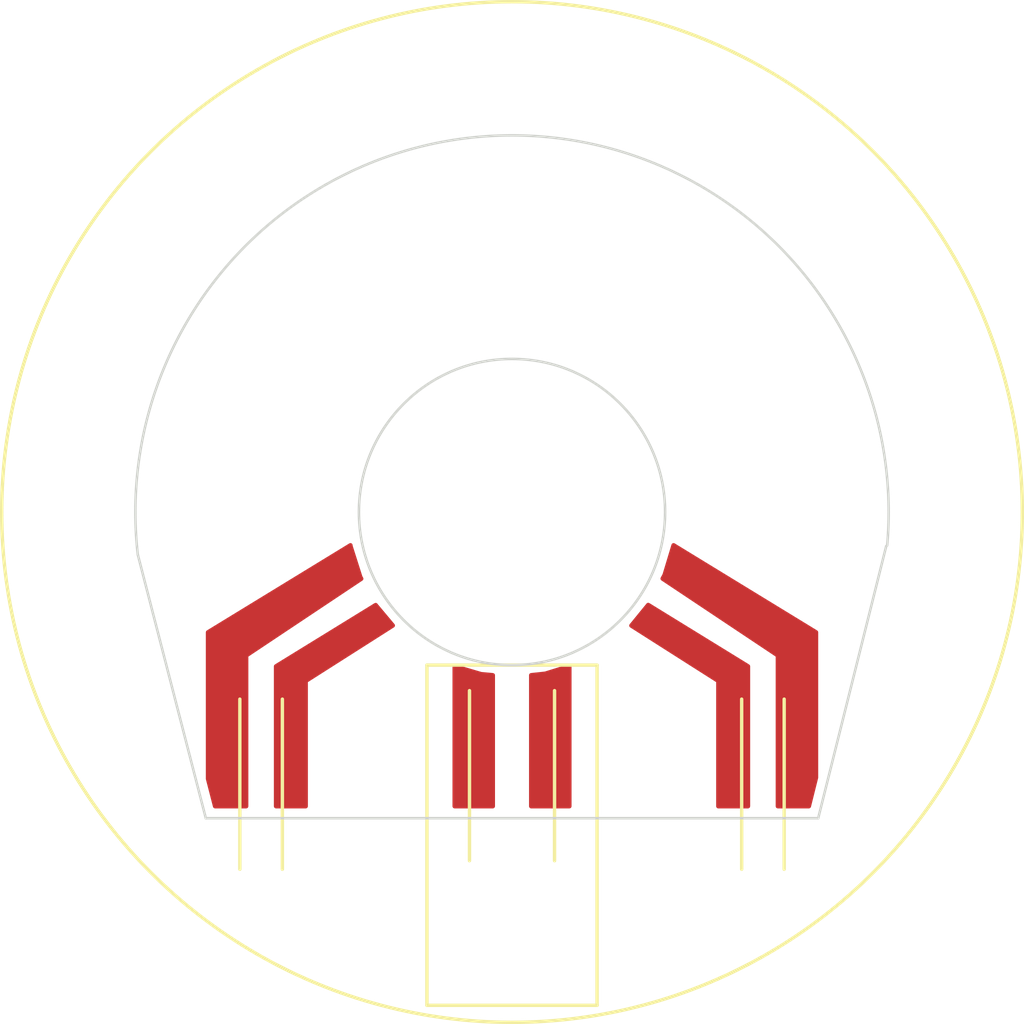
<source format=kicad_pcb>
(kicad_pcb (version 4) (host pcbnew 4.0.6)

  (general
    (links 0)
    (no_connects 0)
    (area 94.899999 69.899999 155.100001 130.100001)
    (thickness 1.6)
    (drawings 16)
    (tracks 0)
    (zones 0)
    (modules 6)
    (nets 1)
  )

  (page A4)
  (layers
    (0 F.Cu signal)
    (31 B.Cu signal)
    (32 B.Adhes user)
    (33 F.Adhes user)
    (34 B.Paste user)
    (35 F.Paste user)
    (36 B.SilkS user)
    (37 F.SilkS user)
    (38 B.Mask user)
    (39 F.Mask user)
    (40 Dwgs.User user)
    (41 Cmts.User user)
    (42 Eco1.User user)
    (43 Eco2.User user)
    (44 Edge.Cuts user)
    (45 Margin user)
    (46 B.CrtYd user)
    (47 F.CrtYd user)
    (48 B.Fab user)
    (49 F.Fab user)
  )

  (setup
    (last_trace_width 0.25)
    (trace_clearance 0.2)
    (zone_clearance 0.5)
    (zone_45_only no)
    (trace_min 0.2)
    (segment_width 0.2)
    (edge_width 0.15)
    (via_size 0.6)
    (via_drill 0.4)
    (via_min_size 0.4)
    (via_min_drill 0.3)
    (uvia_size 0.3)
    (uvia_drill 0.1)
    (uvias_allowed no)
    (uvia_min_size 0.2)
    (uvia_min_drill 0.1)
    (pcb_text_width 0.3)
    (pcb_text_size 1.5 1.5)
    (mod_edge_width 0.15)
    (mod_text_size 1 1)
    (mod_text_width 0.15)
    (pad_size 1.524 1.524)
    (pad_drill 0.762)
    (pad_to_mask_clearance 0.2)
    (aux_axis_origin 0 0)
    (visible_elements 7FFFEFFF)
    (pcbplotparams
      (layerselection 0x010c0_00000001)
      (usegerberextensions false)
      (excludeedgelayer true)
      (linewidth 0.100000)
      (plotframeref false)
      (viasonmask false)
      (mode 1)
      (useauxorigin false)
      (hpglpennumber 1)
      (hpglpenspeed 20)
      (hpglpendiameter 15)
      (hpglpenoverlay 2)
      (psnegative false)
      (psa4output false)
      (plotreference true)
      (plotvalue true)
      (plotinvisibletext false)
      (padsonsilk false)
      (subtractmaskfromsilk false)
      (outputformat 1)
      (mirror false)
      (drillshape 0)
      (scaleselection 1)
      (outputdirectory Gerber))
  )

  (net 0 "")

  (net_class Default "This is the default net class."
    (clearance 0.2)
    (trace_width 0.25)
    (via_dia 0.6)
    (via_drill 0.4)
    (uvia_dia 0.3)
    (uvia_drill 0.1)
  )

  (module Mounting_Holes:MountingHole_3.5mm (layer F.Cu) (tedit 5BCB08CE) (tstamp 5BCB05D9)
    (at 132.5 113)
    (descr "Mounting Hole 3.5mm, no annular")
    (tags "mounting hole 3.5mm no annular")
    (attr virtual)
    (fp_text reference REF** (at 0 -4.5) (layer F.SilkS) hide
      (effects (font (size 1 1) (thickness 0.15)))
    )
    (fp_text value MountingHole_3.5mm (at 0 4.5) (layer F.Fab) hide
      (effects (font (size 1 1) (thickness 0.15)))
    )
    (fp_text user %R (at 0.3 0) (layer F.Fab) hide
      (effects (font (size 1 1) (thickness 0.15)))
    )
    (fp_circle (center 0 0) (end 3.5 0) (layer Cmts.User) (width 0.15))
    (fp_circle (center 0 0) (end 3.75 0) (layer F.CrtYd) (width 0.05))
    (pad 1 np_thru_hole circle (at 0 0) (size 3.5 3.5) (drill 3.5) (layers *.Cu *.Mask))
  )

  (module Mounting_Holes:MountingHole_3.5mm (layer F.Cu) (tedit 5BCB08C7) (tstamp 5BCB05D5)
    (at 117.5 113)
    (descr "Mounting Hole 3.5mm, no annular")
    (tags "mounting hole 3.5mm no annular")
    (attr virtual)
    (fp_text reference REF** (at 0 -4.5) (layer F.SilkS) hide
      (effects (font (size 1 1) (thickness 0.15)))
    )
    (fp_text value MountingHole_3.5mm (at 0 4.5) (layer F.Fab) hide
      (effects (font (size 1 1) (thickness 0.15)))
    )
    (fp_text user %R (at 0.3 0) (layer F.Fab) hide
      (effects (font (size 1 1) (thickness 0.15)))
    )
    (fp_circle (center 0 0) (end 3.5 0) (layer Cmts.User) (width 0.15))
    (fp_circle (center 0 0) (end 3.75 0) (layer F.CrtYd) (width 0.05))
    (pad 1 np_thru_hole circle (at 0 0) (size 3.5 3.5) (drill 3.5) (layers *.Cu *.Mask))
  )

  (module Mounting_Holes:MountingHole_3.5mm (layer F.Cu) (tedit 5BCB08A6) (tstamp 5BCB05D1)
    (at 132.5 87)
    (descr "Mounting Hole 3.5mm, no annular")
    (tags "mounting hole 3.5mm no annular")
    (attr virtual)
    (fp_text reference REF** (at 0 -4.5) (layer F.SilkS) hide
      (effects (font (size 1 1) (thickness 0.15)))
    )
    (fp_text value MountingHole_3.5mm (at 0 4.5) (layer F.Fab) hide
      (effects (font (size 1 1) (thickness 0.15)))
    )
    (fp_text user %R (at 0.3 0) (layer F.Fab) hide
      (effects (font (size 1 1) (thickness 0.15)))
    )
    (fp_circle (center 0 0) (end 3.5 0) (layer Cmts.User) (width 0.15))
    (fp_circle (center 0 0) (end 3.75 0) (layer F.CrtYd) (width 0.05))
    (pad 1 np_thru_hole circle (at 0 0) (size 3.5 3.5) (drill 3.5) (layers *.Cu *.Mask))
  )

  (module Mounting_Holes:MountingHole_3.5mm (layer F.Cu) (tedit 5BCB08AA) (tstamp 5BCB05CD)
    (at 117.5 87)
    (descr "Mounting Hole 3.5mm, no annular")
    (tags "mounting hole 3.5mm no annular")
    (attr virtual)
    (fp_text reference REF** (at 0 -4.5) (layer F.SilkS) hide
      (effects (font (size 1 1) (thickness 0.15)))
    )
    (fp_text value MountingHole_3.5mm (at 0 4.5) (layer F.Fab) hide
      (effects (font (size 1 1) (thickness 0.15)))
    )
    (fp_text user %R (at 0.3 0) (layer F.Fab) hide
      (effects (font (size 1 1) (thickness 0.15)))
    )
    (fp_circle (center 0 0) (end 3.5 0) (layer Cmts.User) (width 0.15))
    (fp_circle (center 0 0) (end 3.75 0) (layer F.CrtYd) (width 0.05))
    (pad 1 np_thru_hole circle (at 0 0) (size 3.5 3.5) (drill 3.5) (layers *.Cu *.Mask))
  )

  (module Mounting_Holes:MountingHole_3.5mm (layer F.Cu) (tedit 5BCB08BD) (tstamp 5BCB05C9)
    (at 110 100)
    (descr "Mounting Hole 3.5mm, no annular")
    (tags "mounting hole 3.5mm no annular")
    (attr virtual)
    (fp_text reference REF** (at 0 -4.5) (layer F.SilkS) hide
      (effects (font (size 1 1) (thickness 0.15)))
    )
    (fp_text value MountingHole_3.5mm (at 0 4.5) (layer F.Fab) hide
      (effects (font (size 1 1) (thickness 0.15)))
    )
    (fp_text user %R (at 0.3 0) (layer F.Fab) hide
      (effects (font (size 1 1) (thickness 0.15)))
    )
    (fp_circle (center 0 0) (end 3.5 0) (layer Cmts.User) (width 0.15))
    (fp_circle (center 0 0) (end 3.75 0) (layer F.CrtYd) (width 0.05))
    (pad 1 np_thru_hole circle (at 0 0) (size 3.5 3.5) (drill 3.5) (layers *.Cu *.Mask))
  )

  (module Mounting_Holes:MountingHole_3.5mm (layer F.Cu) (tedit 5BCB08BA) (tstamp 5BCB05C1)
    (at 140 100)
    (descr "Mounting Hole 3.5mm, no annular")
    (tags "mounting hole 3.5mm no annular")
    (attr virtual)
    (fp_text reference REF** (at 0 -4.5) (layer F.SilkS) hide
      (effects (font (size 1 1) (thickness 0.15)))
    )
    (fp_text value MountingHole_3.5mm (at 0 4.5) (layer F.Fab) hide
      (effects (font (size 1 1) (thickness 0.15)))
    )
    (fp_text user %R (at 0.3 0) (layer F.Fab) hide
      (effects (font (size 1 1) (thickness 0.15)))
    )
    (fp_circle (center 0 0) (end 3.5 0) (layer Cmts.User) (width 0.15))
    (fp_circle (center 0 0) (end 3.75 0) (layer F.CrtYd) (width 0.05))
    (pad 1 np_thru_hole circle (at 0 0) (size 3.5 3.5) (drill 3.5) (layers *.Cu *.Mask))
  )

  (gr_line (start 127.5 110.5) (end 127.5 120.5) (layer F.SilkS) (width 0.2))
  (gr_line (start 122.5 110.5) (end 122.5 120.5) (layer F.SilkS) (width 0.2))
  (gr_line (start 141 111) (end 141 121) (layer F.SilkS) (width 0.2) (tstamp 5BCBD5F3))
  (gr_line (start 138.5 111) (end 138.5 121) (layer F.SilkS) (width 0.2) (tstamp 5BCBD5F2))
  (gr_line (start 107 118) (end 103 102.5) (layer Edge.Cuts) (width 0.15))
  (gr_arc (start 125 100) (end 103 102.5) (angle 191.5626848) (layer Edge.Cuts) (width 0.15))
  (gr_line (start 143 118) (end 147 102) (layer Edge.Cuts) (width 0.15))
  (gr_line (start 107 118) (end 143 118) (layer Edge.Cuts) (width 0.15))
  (gr_line (start 111.5 111) (end 111.5 121) (layer F.SilkS) (width 0.2))
  (gr_line (start 109 111) (end 109 121) (layer F.SilkS) (width 0.2))
  (gr_line (start 130 129) (end 120 129) (layer F.SilkS) (width 0.2))
  (gr_line (start 130 109) (end 130 129) (layer F.SilkS) (width 0.2))
  (gr_line (start 120 109) (end 130 109) (layer F.SilkS) (width 0.2))
  (gr_line (start 120 129) (end 120 109) (layer F.SilkS) (width 0.2))
  (gr_circle (center 125 100) (end 155 100) (layer F.SilkS) (width 0.2))
  (gr_circle (center 125 100) (end 134 100) (layer Edge.Cuts) (width 0.15))

  (zone (net 0) (net_name "") (layer F.Cu) (tstamp 0) (hatch edge 0.508)
    (connect_pads yes (clearance 0.5))
    (min_thickness 0.254)
    (fill yes (arc_segments 32) (thermal_gap 0.508) (thermal_bridge_width 0.508))
    (polygon
      (pts
        (xy 121.5 118) (xy 124 118) (xy 124 109) (xy 121.5 109)
      )
    )
    (filled_polygon
      (pts
        (xy 123.182026 109.530151) (xy 123.873 109.593035) (xy 123.873 117.298) (xy 121.627 117.298) (xy 121.627 109.127)
        (xy 121.812237 109.127)
      )
    )
  )
  (zone (net 0) (net_name "") (layer F.Cu) (tstamp 0) (hatch edge 0.508)
    (connect_pads (clearance 0.5))
    (min_thickness 0.254)
    (fill yes (arc_segments 32) (thermal_gap 0.508) (thermal_bridge_width 0.508))
    (polygon
      (pts
        (xy 128.5 118) (xy 128.5 109) (xy 126 109) (xy 126 118)
      )
    )
    (filled_polygon
      (pts
        (xy 128.373 117.298) (xy 126.127 117.298) (xy 126.127 109.59043) (xy 126.950858 109.503839) (xy 128.168227 109.127)
        (xy 128.373 109.127)
      )
    )
  )
  (zone (net 0) (net_name "") (layer F.Cu) (tstamp 0) (hatch edge 0.508)
    (connect_pads (clearance 0.5))
    (min_thickness 0.254)
    (fill yes (arc_segments 32) (thermal_gap 0.508) (thermal_bridge_width 0.508))
    (polygon
      (pts
        (xy 111 118) (xy 111 109) (xy 117.5 105) (xy 118.5 106.5) (xy 113 110)
        (xy 113 118)
      )
    )
    (filled_polygon
      (pts
        (xy 116.994749 105.48131) (xy 117.993614 106.671711) (xy 112.931817 109.892855) (xy 112.904666 109.916092) (xy 112.885065 109.945974)
        (xy 112.874564 109.980133) (xy 112.873 110) (xy 112.873 117.298) (xy 111.127 117.298) (xy 111.127 109.070967)
        (xy 116.986014 105.465421)
      )
    )
  )
  (zone (net 0) (net_name "") (layer F.Cu) (tstamp 0) (hatch edge 0.508)
    (connect_pads (clearance 0.5))
    (min_thickness 0.254)
    (fill yes (arc_segments 32) (thermal_gap 0.508) (thermal_bridge_width 0.508))
    (polygon
      (pts
        (xy 109.5 118) (xy 107 118) (xy 107 107) (xy 116 101.5) (xy 117 103.5)
        (xy 109.5 108.5)
      )
    )
    (filled_polygon
      (pts
        (xy 115.510012 102.017159) (xy 116.082549 103.822024) (xy 116.137655 103.922262) (xy 109.429553 108.39433) (xy 109.402903 108.418139)
        (xy 109.383941 108.448431) (xy 109.373 108.5) (xy 109.373 117.298) (xy 107.543838 117.298) (xy 107.127 115.682753)
        (xy 107.127 107.071226) (xy 115.502781 101.952693)
      )
    )
  )
  (zone (net 0) (net_name "") (layer F.Cu) (tstamp 5BCBD700) (hatch edge 0.508)
    (connect_pads (clearance 0.5))
    (min_thickness 0.254)
    (fill yes (arc_segments 32) (thermal_gap 0.508) (thermal_bridge_width 0.508))
    (polygon
      (pts
        (xy 143 118) (xy 140.5 118) (xy 140.5 108.5) (xy 133 103.5) (xy 134 101.5)
        (xy 143 107)
      )
    )
    (filled_polygon
      (pts
        (xy 142.873 107.071226) (xy 142.873 115.61358) (xy 142.451895 117.298) (xy 140.627 117.298) (xy 140.627 108.5)
        (xy 140.621972 108.464619) (xy 140.607286 108.432039) (xy 140.570447 108.39433) (xy 133.853415 103.916308) (xy 133.969946 103.697145)
        (xy 134.496719 101.952387)
      )
    )
  )
  (zone (net 0) (net_name "") (layer F.Cu) (tstamp 5BCBD745) (hatch edge 0.508)
    (connect_pads (clearance 0.5))
    (min_thickness 0.254)
    (fill yes (arc_segments 32) (thermal_gap 0.508) (thermal_bridge_width 0.508))
    (polygon
      (pts
        (xy 137 118) (xy 137 110) (xy 131.5 106.5) (xy 132.5 105) (xy 139 109)
        (xy 139 118)
      )
    )
    (filled_polygon
      (pts
        (xy 138.873 109.070967) (xy 138.873 117.298) (xy 137.127 117.298) (xy 137.127 110) (xy 137.121972 109.964619)
        (xy 137.107286 109.932039) (xy 137.084105 109.90484) (xy 137.068183 109.892855) (xy 132.014387 106.676803) (xy 133.00625 105.46066)
      )
    )
  )
  (zone (net 0) (net_name "") (layer F.Mask) (tstamp 0) (hatch edge 0.508)
    (connect_pads (clearance 0.5))
    (min_thickness 0.254)
    (fill yes (arc_segments 32) (thermal_gap 0.508) (thermal_bridge_width 0.508))
    (polygon
      (pts
        (xy 133 103.5) (xy 134 101.5) (xy 143 107) (xy 143 118) (xy 140.5 118)
        (xy 140.5 108.5)
      )
    )
    (filled_polygon
      (pts
        (xy 142.873 107.071226) (xy 142.873 117.873) (xy 140.627 117.873) (xy 140.627 108.5) (xy 140.616994 108.45059)
        (xy 140.570447 108.39433) (xy 133.163731 103.456519) (xy 134.051757 101.680466)
      )
    )
  )
  (zone (net 0) (net_name "") (layer F.Mask) (tstamp 0) (hatch edge 0.508)
    (connect_pads (clearance 0.5))
    (min_thickness 0.254)
    (fill yes (arc_segments 32) (thermal_gap 0.508) (thermal_bridge_width 0.508))
    (polygon
      (pts
        (xy 132.5 105) (xy 139 109) (xy 139 118) (xy 137 118) (xy 137 110)
        (xy 131.5 106.5)
      )
    )
    (filled_polygon
      (pts
        (xy 138.873 109.070967) (xy 138.873 117.873) (xy 137.127 117.873) (xy 137.127 110) (xy 137.116994 109.95059)
        (xy 137.088553 109.908965) (xy 137.068183 109.892855) (xy 131.677632 106.462504) (xy 132.537738 105.172345)
      )
    )
  )
  (zone (net 0) (net_name "") (layer F.Mask) (tstamp 0) (hatch edge 0.508)
    (connect_pads (clearance 0.5))
    (min_thickness 0.254)
    (fill yes (arc_segments 32) (thermal_gap 0.508) (thermal_bridge_width 0.508))
    (polygon
      (pts
        (xy 126 109) (xy 128.5 109) (xy 128.5 118) (xy 126 118)
      )
    )
    (filled_polygon
      (pts
        (xy 128.373 117.873) (xy 126.127 117.873) (xy 126.127 109.127) (xy 128.373 109.127)
      )
    )
  )
  (zone (net 0) (net_name "") (layer F.Mask) (tstamp 0) (hatch edge 0.508)
    (connect_pads (clearance 0.5))
    (min_thickness 0.254)
    (fill yes (arc_segments 32) (thermal_gap 0.508) (thermal_bridge_width 0.508))
    (polygon
      (pts
        (xy 121.5 109) (xy 124 109) (xy 124 118) (xy 121.5 118)
      )
    )
    (filled_polygon
      (pts
        (xy 123.873 117.873) (xy 121.627 117.873) (xy 121.627 109.127) (xy 123.873 109.127)
      )
    )
  )
  (zone (net 0) (net_name "") (layer F.Mask) (tstamp 0) (hatch edge 0.508)
    (connect_pads (clearance 0.5))
    (min_thickness 0.254)
    (fill yes (arc_segments 32) (thermal_gap 0.508) (thermal_bridge_width 0.508))
    (polygon
      (pts
        (xy 118.5 106.5) (xy 113 110) (xy 113 118) (xy 111 118) (xy 111 109)
        (xy 117.5 105)
      )
    )
    (filled_polygon
      (pts
        (xy 118.322368 106.462504) (xy 112.931817 109.892855) (xy 112.895503 109.927824) (xy 112.875655 109.974165) (xy 112.873 110)
        (xy 112.873 117.873) (xy 111.127 117.873) (xy 111.127 109.070967) (xy 117.462262 105.172345)
      )
    )
  )
  (zone (net 0) (net_name "") (layer F.Mask) (tstamp 0) (hatch edge 0.508)
    (connect_pads (clearance 0.5))
    (min_thickness 0.254)
    (fill yes (arc_segments 32) (thermal_gap 0.508) (thermal_bridge_width 0.508))
    (polygon
      (pts
        (xy 116 101.5) (xy 117 103.5) (xy 109.5 108.5) (xy 109.5 118) (xy 107 118)
        (xy 107 107)
      )
    )
    (filled_polygon
      (pts
        (xy 116.83627 103.456519) (xy 109.429553 108.39433) (xy 109.393992 108.430063) (xy 109.373 108.5) (xy 109.373 117.873)
        (xy 107.127 117.873) (xy 107.127 107.071226) (xy 115.948243 101.680466)
      )
    )
  )
)

</source>
